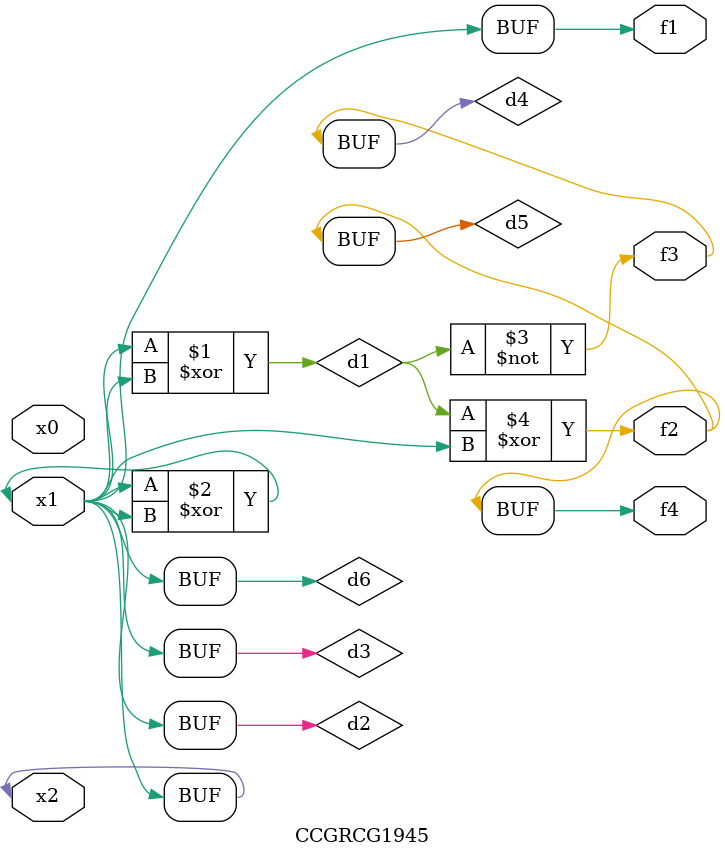
<source format=v>
module CCGRCG1945(
	input x0, x1, x2,
	output f1, f2, f3, f4
);

	wire d1, d2, d3, d4, d5, d6;

	xor (d1, x1, x2);
	buf (d2, x1, x2);
	xor (d3, x1, x2);
	nor (d4, d1);
	xor (d5, d1, d2);
	buf (d6, d2, d3);
	assign f1 = d6;
	assign f2 = d5;
	assign f3 = d4;
	assign f4 = d5;
endmodule

</source>
